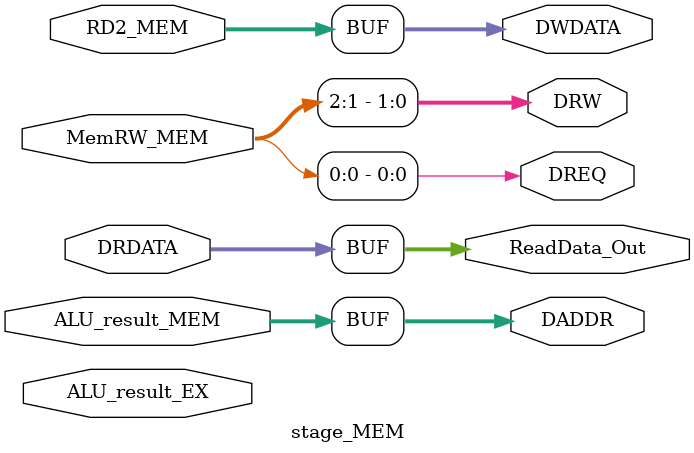
<source format=v>
module stage_MEM (
    // Control Signals from EX/MEM Reg
    input  wire [2:0]  MemRW_MEM,      // 00: Write, 10: Read (matches DATA_RAM WEN encoding)
    
    // Data from EX/MEM Reg
    input  wire [31:0] ALU_result_MEM, // Memory Address
    input  wire [31:0] RD2_MEM,  
    
    // input for STLD_Src      // Write Data (Store Value)
    input  wire [31:0] ALU_result_EX,
    
    // Interface to External Data Memory
    output wire        DREQ,           // Data Request (Chip Select)
    output wire [1:0]  DRW,            // Read/Write Control
    output wire [31:0] DADDR,          // Word Aligned Address
    output wire [31:0] DWDATA,         // Write Data Output
    input  wire [31:0] DRDATA,         // Read Data Input
    
    // Output to MEM/WB Reg
    output wire [31:0] ReadData_Out    // Data to be written back to Register
);

    // 1. Memory Request Generation
    // MemRW_MEM: 00=Write DI1, 10=Read DOUT1, 01=Write DI2, 11=READ DOUT2
    // 메모리 접근이 필요한 경우만 DREQ 활성화
    assign DREQ = MemRW_MEM[0];
    
    // 2. Read/Write Control
    // MemRW_MEM[2:1]이 DATA_RAM WEN과 일치하므로 bit[2:1]을 사용
    // bit[0]: DREQ, bit[2:1]: DRW
    assign DRW[1:0] = MemRW_MEM[2:1]; 
    
    // 3. Address Generation
    // Testbench slices [11:2], so we must provide Byte Address (not Word Address)
    assign DADDR = ALU_result_MEM; 
    
    // 4. Write Data
    assign DWDATA = RD2_MEM;

    // 5. Read Data Pass-through
    // Load 명령어 실행 시 메모리에서 온 데이터를 WB 단계로 전달
    assign ReadData_Out = DRDATA;

endmodule

</source>
